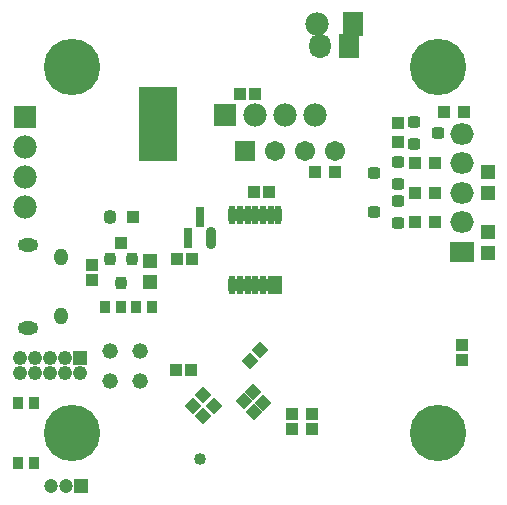
<source format=gbs>
G04 Layer_Color=16711935*
%FSLAX25Y25*%
%MOIN*%
G70*
G01*
G75*
%ADD75C,0.04000*%
%ADD100R,0.04300X0.04300*%
%ADD101R,0.03950X0.04147*%
%ADD123R,0.04147X0.03950*%
%ADD132R,0.03753X0.04343*%
%ADD133R,0.04300X0.04300*%
%ADD134C,0.06706*%
%ADD135R,0.06706X0.06706*%
%ADD136O,0.07887X0.07099*%
%ADD137R,0.07887X0.07099*%
%ADD138C,0.05200*%
%ADD139C,0.18800*%
%ADD140O,0.06902X0.04343*%
%ADD141O,0.04540X0.05721*%
%ADD142R,0.07800X0.07800*%
%ADD143C,0.07800*%
%ADD144R,0.07800X0.07800*%
%ADD145R,0.04737X0.04737*%
%ADD146C,0.04737*%
%ADD147R,0.04800X0.04800*%
%ADD148C,0.04800*%
%ADD149O,0.07099X0.08300*%
%ADD150R,0.07099X0.08300*%
%ADD151C,0.07800*%
%ADD152R,0.06800X0.08300*%
%ADD153R,0.13000X0.25000*%
%ADD154R,0.03162X0.07099*%
G04:AMPARAMS|DCode=155|XSize=31.62mil|YSize=70.99mil|CornerRadius=9.91mil|HoleSize=0mil|Usage=FLASHONLY|Rotation=0.000|XOffset=0mil|YOffset=0mil|HoleType=Round|Shape=RoundedRectangle|*
%AMROUNDEDRECTD155*
21,1,0.03162,0.05118,0,0,0.0*
21,1,0.01181,0.07099,0,0,0.0*
1,1,0.01981,0.00591,-0.02559*
1,1,0.01981,-0.00591,-0.02559*
1,1,0.01981,-0.00591,0.02559*
1,1,0.01981,0.00591,0.02559*
%
%ADD155ROUNDEDRECTD155*%
G04:AMPARAMS|DCode=156|XSize=39.5mil|YSize=43.43mil|CornerRadius=11.87mil|HoleSize=0mil|Usage=FLASHONLY|Rotation=180.000|XOffset=0mil|YOffset=0mil|HoleType=Round|Shape=RoundedRectangle|*
%AMROUNDEDRECTD156*
21,1,0.03950,0.01969,0,0,180.0*
21,1,0.01575,0.04343,0,0,180.0*
1,1,0.02375,-0.00787,0.00984*
1,1,0.02375,0.00787,0.00984*
1,1,0.02375,0.00787,-0.00984*
1,1,0.02375,-0.00787,-0.00984*
%
%ADD156ROUNDEDRECTD156*%
%ADD157R,0.03950X0.04343*%
G04:AMPARAMS|DCode=158|XSize=38mil|YSize=43mil|CornerRadius=11.5mil|HoleSize=0mil|Usage=FLASHONLY|Rotation=0.000|XOffset=0mil|YOffset=0mil|HoleType=Round|Shape=RoundedRectangle|*
%AMROUNDEDRECTD158*
21,1,0.03800,0.02000,0,0,0.0*
21,1,0.01500,0.04300,0,0,0.0*
1,1,0.02300,0.00750,-0.01000*
1,1,0.02300,-0.00750,-0.01000*
1,1,0.02300,-0.00750,0.01000*
1,1,0.02300,0.00750,0.01000*
%
%ADD158ROUNDEDRECTD158*%
%ADD159R,0.04800X0.04800*%
G04:AMPARAMS|DCode=160|XSize=38mil|YSize=43mil|CornerRadius=11.5mil|HoleSize=0mil|Usage=FLASHONLY|Rotation=270.000|XOffset=0mil|YOffset=0mil|HoleType=Round|Shape=RoundedRectangle|*
%AMROUNDEDRECTD160*
21,1,0.03800,0.02000,0,0,270.0*
21,1,0.01500,0.04300,0,0,270.0*
1,1,0.02300,-0.01000,-0.00750*
1,1,0.02300,-0.01000,0.00750*
1,1,0.02300,0.01000,0.00750*
1,1,0.02300,0.01000,-0.00750*
%
%ADD160ROUNDEDRECTD160*%
G04:AMPARAMS|DCode=161|XSize=39.5mil|YSize=41.47mil|CornerRadius=0mil|HoleSize=0mil|Usage=FLASHONLY|Rotation=45.000|XOffset=0mil|YOffset=0mil|HoleType=Round|Shape=Rectangle|*
%AMROTATEDRECTD161*
4,1,4,0.00070,-0.02862,-0.02862,0.00070,-0.00070,0.02862,0.02862,-0.00070,0.00070,-0.02862,0.0*
%
%ADD161ROTATEDRECTD161*%

G04:AMPARAMS|DCode=162|XSize=39.5mil|YSize=41.47mil|CornerRadius=0mil|HoleSize=0mil|Usage=FLASHONLY|Rotation=135.000|XOffset=0mil|YOffset=0mil|HoleType=Round|Shape=Rectangle|*
%AMROTATEDRECTD162*
4,1,4,0.02862,0.00070,-0.00070,-0.02862,-0.02862,-0.00070,0.00070,0.02862,0.02862,0.00070,0.0*
%
%ADD162ROTATEDRECTD162*%

%ADD163O,0.02572X0.06312*%
%ADD164R,0.02572X0.06312*%
D75*
X42611Y-8389D02*
D03*
D100*
X80900Y87000D02*
D03*
X87500D02*
D03*
X130600Y107000D02*
D03*
X124000D02*
D03*
X114400Y90000D02*
D03*
X121000D02*
D03*
X114400Y80000D02*
D03*
X121000D02*
D03*
X114400Y70500D02*
D03*
X121000D02*
D03*
X73400Y1500D02*
D03*
X80000D02*
D03*
X73400Y6500D02*
D03*
X80000D02*
D03*
D101*
X6500Y51039D02*
D03*
Y55961D02*
D03*
X130000Y29461D02*
D03*
Y24540D02*
D03*
D123*
X60961Y113000D02*
D03*
X56040D02*
D03*
X35039Y58000D02*
D03*
X39961D02*
D03*
X34539Y21000D02*
D03*
X39461D02*
D03*
X60539Y80500D02*
D03*
X65461D02*
D03*
D132*
X16157Y42000D02*
D03*
X10843D02*
D03*
X26657D02*
D03*
X21343D02*
D03*
X-12843Y-10000D02*
D03*
X-18158D02*
D03*
X-18157Y10000D02*
D03*
X-12843D02*
D03*
D133*
X108500Y103600D02*
D03*
Y97000D02*
D03*
D134*
X87500Y94000D02*
D03*
X77500D02*
D03*
X67500D02*
D03*
D135*
X57500D02*
D03*
D136*
X130000Y99870D02*
D03*
Y90028D02*
D03*
Y80185D02*
D03*
Y70342D02*
D03*
D137*
Y60500D02*
D03*
D138*
X12500Y17500D02*
D03*
Y27500D02*
D03*
X22500Y17500D02*
D03*
Y27500D02*
D03*
D139*
X0Y122047D02*
D03*
X122047D02*
D03*
Y0D02*
D03*
X0D02*
D03*
D140*
X-14736Y62780D02*
D03*
Y35220D02*
D03*
D141*
X-3713Y58843D02*
D03*
Y39157D02*
D03*
D142*
X51000Y106000D02*
D03*
D143*
X61000D02*
D03*
X71000D02*
D03*
X81000D02*
D03*
X-15700Y95600D02*
D03*
Y85600D02*
D03*
Y75600D02*
D03*
D144*
Y105600D02*
D03*
D145*
X3000Y-17500D02*
D03*
D146*
X-2000D02*
D03*
X-7000D02*
D03*
D147*
X2500Y25000D02*
D03*
D148*
Y20000D02*
D03*
X-2500Y25000D02*
D03*
Y20000D02*
D03*
X-7500Y25000D02*
D03*
Y20000D02*
D03*
X-12500Y25000D02*
D03*
Y20000D02*
D03*
X-17500Y25000D02*
D03*
Y20000D02*
D03*
D149*
X82500Y129000D02*
D03*
D150*
X92343D02*
D03*
D151*
X81500Y136500D02*
D03*
D152*
X93500D02*
D03*
D153*
X28500Y103000D02*
D03*
D154*
X42500Y72043D02*
D03*
X38760Y64957D02*
D03*
D155*
X46240D02*
D03*
D156*
X12500Y72000D02*
D03*
D157*
X20374D02*
D03*
X16437Y63339D02*
D03*
D158*
X12500Y58000D02*
D03*
X16200Y50000D02*
D03*
X19900Y58000D02*
D03*
D159*
X138500Y60000D02*
D03*
Y67000D02*
D03*
Y80000D02*
D03*
Y87000D02*
D03*
X26000Y50500D02*
D03*
Y57500D02*
D03*
D160*
X108500Y83100D02*
D03*
Y90500D02*
D03*
X100500Y86800D02*
D03*
X108500Y70100D02*
D03*
Y77500D02*
D03*
X100500Y73800D02*
D03*
X122000Y100200D02*
D03*
X114000Y103900D02*
D03*
Y96500D02*
D03*
D161*
X60740Y7260D02*
D03*
X57260Y10740D02*
D03*
X63740Y10260D02*
D03*
X60260Y13740D02*
D03*
D162*
X43740Y12740D02*
D03*
X40260Y9260D02*
D03*
X62740Y27740D02*
D03*
X59260Y24260D02*
D03*
X43760Y5760D02*
D03*
X47240Y9240D02*
D03*
D163*
X53323Y72662D02*
D03*
X55882D02*
D03*
X58441D02*
D03*
X61000D02*
D03*
X63559D02*
D03*
X66118D02*
D03*
X68677D02*
D03*
X53323Y49433D02*
D03*
X55882D02*
D03*
X58441D02*
D03*
X61000D02*
D03*
X63559D02*
D03*
X66118D02*
D03*
D164*
X68677D02*
D03*
M02*

</source>
